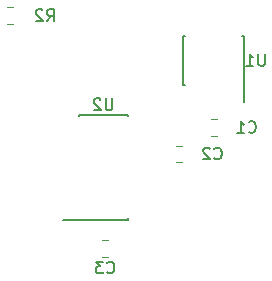
<source format=gbo>
G04 #@! TF.GenerationSoftware,KiCad,Pcbnew,5.0.1*
G04 #@! TF.CreationDate,2018-10-31T11:08:41-04:00*
G04 #@! TF.ProjectId,usbdbg,7573626462672E6B696361645F706362,rev?*
G04 #@! TF.SameCoordinates,Original*
G04 #@! TF.FileFunction,Legend,Bot*
G04 #@! TF.FilePolarity,Positive*
%FSLAX46Y46*%
G04 Gerber Fmt 4.6, Leading zero omitted, Abs format (unit mm)*
G04 Created by KiCad (PCBNEW 5.0.1) date Wed 31 Oct 2018 11:08:41 AM EDT*
%MOMM*%
%LPD*%
G01*
G04 APERTURE LIST*
%ADD10C,0.120000*%
%ADD11C,0.150000*%
G04 APERTURE END LIST*
D10*
G04 #@! TO.C,C1*
X166168548Y-118009600D02*
X166691052Y-118009600D01*
X166168548Y-119429600D02*
X166691052Y-119429600D01*
G04 #@! TO.C,C2*
X163254948Y-121664800D02*
X163777452Y-121664800D01*
X163254948Y-120244800D02*
X163777452Y-120244800D01*
G04 #@! TO.C,C3*
X156981148Y-128245800D02*
X157503652Y-128245800D01*
X156981148Y-129665800D02*
X157503652Y-129665800D01*
G04 #@! TO.C,R2*
X149477252Y-108535400D02*
X148954748Y-108535400D01*
X149477252Y-109955400D02*
X148954748Y-109955400D01*
D11*
G04 #@! TO.C,U1*
X169021200Y-115112600D02*
X168971200Y-115112600D01*
X169021200Y-110962600D02*
X168876200Y-110962600D01*
X163871200Y-110962600D02*
X164016200Y-110962600D01*
X163871200Y-115112600D02*
X164016200Y-115112600D01*
X169021200Y-115112600D02*
X169021200Y-110962600D01*
X163871200Y-115112600D02*
X163871200Y-110962600D01*
X168971200Y-115112600D02*
X168971200Y-116512600D01*
G04 #@! TO.C,U2*
X155016400Y-126522400D02*
X155016400Y-126497400D01*
X159166400Y-126522400D02*
X159166400Y-126407400D01*
X159166400Y-117622400D02*
X159166400Y-117737400D01*
X155016400Y-117622400D02*
X155016400Y-117737400D01*
X155016400Y-126522400D02*
X159166400Y-126522400D01*
X155016400Y-117622400D02*
X159166400Y-117622400D01*
X155016400Y-126497400D02*
X153641400Y-126497400D01*
G04 #@! TO.C,C1*
X169396666Y-119077142D02*
X169444285Y-119124761D01*
X169587142Y-119172380D01*
X169682380Y-119172380D01*
X169825238Y-119124761D01*
X169920476Y-119029523D01*
X169968095Y-118934285D01*
X170015714Y-118743809D01*
X170015714Y-118600952D01*
X169968095Y-118410476D01*
X169920476Y-118315238D01*
X169825238Y-118220000D01*
X169682380Y-118172380D01*
X169587142Y-118172380D01*
X169444285Y-118220000D01*
X169396666Y-118267619D01*
X168444285Y-119172380D02*
X169015714Y-119172380D01*
X168730000Y-119172380D02*
X168730000Y-118172380D01*
X168825238Y-118315238D01*
X168920476Y-118410476D01*
X169015714Y-118458095D01*
G04 #@! TO.C,C2*
X166496666Y-121307142D02*
X166544285Y-121354761D01*
X166687142Y-121402380D01*
X166782380Y-121402380D01*
X166925238Y-121354761D01*
X167020476Y-121259523D01*
X167068095Y-121164285D01*
X167115714Y-120973809D01*
X167115714Y-120830952D01*
X167068095Y-120640476D01*
X167020476Y-120545238D01*
X166925238Y-120450000D01*
X166782380Y-120402380D01*
X166687142Y-120402380D01*
X166544285Y-120450000D01*
X166496666Y-120497619D01*
X166115714Y-120497619D02*
X166068095Y-120450000D01*
X165972857Y-120402380D01*
X165734761Y-120402380D01*
X165639523Y-120450000D01*
X165591904Y-120497619D01*
X165544285Y-120592857D01*
X165544285Y-120688095D01*
X165591904Y-120830952D01*
X166163333Y-121402380D01*
X165544285Y-121402380D01*
G04 #@! TO.C,C3*
X157409066Y-130962942D02*
X157456685Y-131010561D01*
X157599542Y-131058180D01*
X157694780Y-131058180D01*
X157837638Y-131010561D01*
X157932876Y-130915323D01*
X157980495Y-130820085D01*
X158028114Y-130629609D01*
X158028114Y-130486752D01*
X157980495Y-130296276D01*
X157932876Y-130201038D01*
X157837638Y-130105800D01*
X157694780Y-130058180D01*
X157599542Y-130058180D01*
X157456685Y-130105800D01*
X157409066Y-130153419D01*
X157075733Y-130058180D02*
X156456685Y-130058180D01*
X156790019Y-130439133D01*
X156647161Y-130439133D01*
X156551923Y-130486752D01*
X156504304Y-130534371D01*
X156456685Y-130629609D01*
X156456685Y-130867704D01*
X156504304Y-130962942D01*
X156551923Y-131010561D01*
X156647161Y-131058180D01*
X156932876Y-131058180D01*
X157028114Y-131010561D01*
X157075733Y-130962942D01*
G04 #@! TO.C,R2*
X152306666Y-109702380D02*
X152640000Y-109226190D01*
X152878095Y-109702380D02*
X152878095Y-108702380D01*
X152497142Y-108702380D01*
X152401904Y-108750000D01*
X152354285Y-108797619D01*
X152306666Y-108892857D01*
X152306666Y-109035714D01*
X152354285Y-109130952D01*
X152401904Y-109178571D01*
X152497142Y-109226190D01*
X152878095Y-109226190D01*
X151925714Y-108797619D02*
X151878095Y-108750000D01*
X151782857Y-108702380D01*
X151544761Y-108702380D01*
X151449523Y-108750000D01*
X151401904Y-108797619D01*
X151354285Y-108892857D01*
X151354285Y-108988095D01*
X151401904Y-109130952D01*
X151973333Y-109702380D01*
X151354285Y-109702380D01*
G04 #@! TO.C,U1*
X170781904Y-112482380D02*
X170781904Y-113291904D01*
X170734285Y-113387142D01*
X170686666Y-113434761D01*
X170591428Y-113482380D01*
X170400952Y-113482380D01*
X170305714Y-113434761D01*
X170258095Y-113387142D01*
X170210476Y-113291904D01*
X170210476Y-112482380D01*
X169210476Y-113482380D02*
X169781904Y-113482380D01*
X169496190Y-113482380D02*
X169496190Y-112482380D01*
X169591428Y-112625238D01*
X169686666Y-112720476D01*
X169781904Y-112768095D01*
G04 #@! TO.C,U2*
X157851904Y-116242380D02*
X157851904Y-117051904D01*
X157804285Y-117147142D01*
X157756666Y-117194761D01*
X157661428Y-117242380D01*
X157470952Y-117242380D01*
X157375714Y-117194761D01*
X157328095Y-117147142D01*
X157280476Y-117051904D01*
X157280476Y-116242380D01*
X156851904Y-116337619D02*
X156804285Y-116290000D01*
X156709047Y-116242380D01*
X156470952Y-116242380D01*
X156375714Y-116290000D01*
X156328095Y-116337619D01*
X156280476Y-116432857D01*
X156280476Y-116528095D01*
X156328095Y-116670952D01*
X156899523Y-117242380D01*
X156280476Y-117242380D01*
G04 #@! TD*
M02*

</source>
